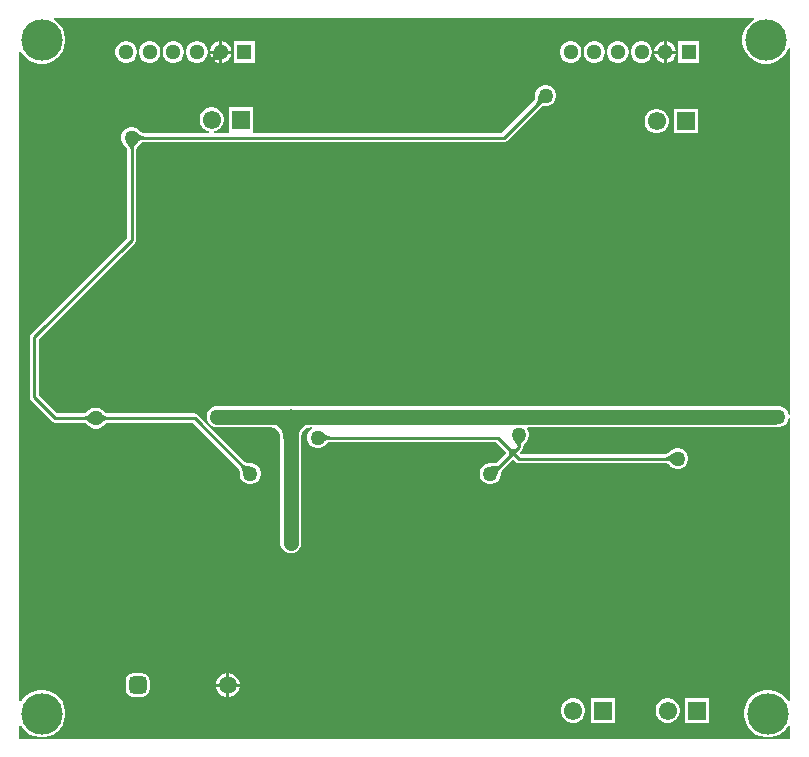
<source format=gbl>
G04*
G04 #@! TF.GenerationSoftware,Altium Limited,Altium Designer,22.9.1 (49)*
G04*
G04 Layer_Physical_Order=2*
G04 Layer_Color=16711680*
%FSTAX24Y24*%
%MOIN*%
G70*
G04*
G04 #@! TF.SameCoordinates,DC5806C5-9D72-4097-8AC5-96CD70471510*
G04*
G04*
G04 #@! TF.FilePolarity,Positive*
G04*
G01*
G75*
%ADD15C,0.0100*%
%ADD36C,0.0610*%
%ADD37R,0.0610X0.0610*%
%ADD43C,0.0500*%
%ADD45C,0.1380*%
%ADD46C,0.0512*%
%ADD47R,0.0512X0.0512*%
G04:AMPARAMS|DCode=48|XSize=59.1mil|YSize=59.1mil|CornerRadius=14.8mil|HoleSize=0mil|Usage=FLASHONLY|Rotation=0.000|XOffset=0mil|YOffset=0mil|HoleType=Round|Shape=RoundedRectangle|*
%AMROUNDEDRECTD48*
21,1,0.0591,0.0295,0,0,0.0*
21,1,0.0295,0.0591,0,0,0.0*
1,1,0.0295,0.0148,-0.0148*
1,1,0.0295,-0.0148,-0.0148*
1,1,0.0295,-0.0148,0.0148*
1,1,0.0295,0.0148,0.0148*
%
%ADD48ROUNDEDRECTD48*%
%ADD49C,0.0591*%
%ADD50C,0.0236*%
%ADD51C,0.0500*%
G36*
X024643Y024188D02*
X024631Y02412D01*
X024546Y024064D01*
X024436Y023954D01*
X02435Y023824D01*
X02429Y02368D01*
X02426Y023528D01*
Y023372D01*
X02429Y02322D01*
X02435Y023076D01*
X024436Y022946D01*
X024546Y022836D01*
X024676Y02275D01*
X02482Y02269D01*
X024972Y02266D01*
X025128D01*
X02528Y02269D01*
X025424Y02275D01*
X025554Y022836D01*
X025664Y022946D01*
X02575Y023076D01*
X025797Y023189D01*
X025847Y023179D01*
Y010964D01*
X025797Y010957D01*
X025776Y011035D01*
X02573Y011115D01*
X025665Y01118D01*
X025585Y011226D01*
X025496Y01125D01*
X025404D01*
X025377Y011243D01*
X0253Y011253D01*
X02415D01*
X024127Y01125D01*
X024123D01*
X0241Y011253D01*
X00675D01*
X006727Y01125D01*
X006704D01*
X006682Y011244D01*
X006659Y011241D01*
X006637Y011232D01*
X006615Y011226D01*
X006595Y011215D01*
X006573Y011206D01*
X006555Y011192D01*
X006535Y01118D01*
X006519Y011164D01*
X0065Y01115D01*
X006486Y011131D01*
X00647Y011115D01*
X006458Y011095D01*
X006444Y011077D01*
X006435Y011055D01*
X006424Y011035D01*
X006418Y011013D01*
X006409Y010991D01*
X006406Y010968D01*
X0064Y010946D01*
Y010923D01*
X006397Y0109D01*
X0064Y010877D01*
Y010854D01*
X006406Y010832D01*
X006409Y010809D01*
X006418Y010787D01*
X006424Y010765D01*
X006435Y010745D01*
X006444Y010723D01*
X006458Y010705D01*
X00647Y010685D01*
X006486Y010669D01*
X0065Y01065D01*
X006519Y010636D01*
X006535Y01062D01*
X006555Y010608D01*
X006573Y010594D01*
X006595Y010585D01*
X006615Y010574D01*
X006637Y010568D01*
X006659Y010559D01*
X006682Y010556D01*
X006704Y01055D01*
X006727D01*
X00675Y010547D01*
X008467D01*
X008533Y010544D01*
X008605Y010531D01*
X008664Y010511D01*
X008713Y010485D01*
X008753Y010453D01*
X008785Y010413D01*
X008811Y010364D01*
X008831Y010305D01*
X008844Y010233D01*
X008847Y010167D01*
Y0074D01*
Y0067D01*
X00885Y006677D01*
Y006654D01*
X008856Y006632D01*
X008859Y006609D01*
X008868Y006587D01*
X008874Y006565D01*
X008885Y006545D01*
X008894Y006523D01*
X008908Y006505D01*
X00892Y006485D01*
X008936Y006469D01*
X00895Y00645D01*
X008969Y006436D01*
X008985Y00642D01*
X009005Y006408D01*
X009023Y006394D01*
X009045Y006385D01*
X009065Y006374D01*
X009087Y006368D01*
X009109Y006359D01*
X009132Y006356D01*
X009154Y00635D01*
X009177D01*
X0092Y006347D01*
X009223Y00635D01*
X009246D01*
X009268Y006356D01*
X009291Y006359D01*
X009313Y006368D01*
X009335Y006374D01*
X009355Y006385D01*
X009377Y006394D01*
X009395Y006408D01*
X009415Y00642D01*
X009431Y006436D01*
X00945Y00645D01*
X009464Y006469D01*
X00948Y006485D01*
X009492Y006505D01*
X009506Y006523D01*
X009515Y006545D01*
X009526Y006565D01*
X009532Y006587D01*
X009541Y006609D01*
X009544Y006632D01*
X00955Y006654D01*
Y006677D01*
X009553Y0067D01*
Y0074D01*
Y010167D01*
X009556Y010233D01*
X009569Y010305D01*
X009589Y010364D01*
X009615Y010413D01*
X009647Y010453D01*
X009687Y010485D01*
X009736Y010511D01*
X009795Y010531D01*
X009867Y010544D01*
X009898Y010545D01*
X009912Y010496D01*
X009885Y01048D01*
X00982Y010415D01*
X009774Y010335D01*
X00975Y010246D01*
Y010154D01*
X009774Y010065D01*
X00982Y009985D01*
X009885Y00992D01*
X009965Y009874D01*
X010054Y00985D01*
X010146D01*
X010235Y009874D01*
X010315Y00992D01*
X010341Y009946D01*
X010348Y009951D01*
X010394Y009993D01*
X010412Y010008D01*
X010429Y01002D01*
X010445Y01003D01*
X010459Y010038D01*
X010471Y010043D01*
X010481Y010046D01*
X010487Y010047D01*
X016037D01*
X016384Y0097D01*
X016044Y00936D01*
X016039Y009357D01*
X016031Y009353D01*
X016021Y009349D01*
X016008Y009346D01*
X015993Y009344D01*
X015975Y009343D01*
X015954Y009343D01*
X01593Y009345D01*
X015904Y009348D01*
X015896Y00935D01*
X015804D01*
X015715Y009326D01*
X015635Y00928D01*
X01557Y009215D01*
X015524Y009135D01*
X0155Y009046D01*
Y008954D01*
X015524Y008865D01*
X01557Y008785D01*
X015635Y00872D01*
X015715Y008674D01*
X015804Y00865D01*
X015896D01*
X015985Y008674D01*
X016065Y00872D01*
X01613Y008785D01*
X016176Y008865D01*
X0162Y008954D01*
Y008961D01*
X016204Y008986D01*
X016209Y009015D01*
X016221Y009068D01*
X016228Y009087D01*
X016234Y009104D01*
X016241Y009118D01*
X016246Y009129D01*
X01625Y009134D01*
X0166Y009484D01*
X016692Y009392D01*
X016741Y009359D01*
X0168Y009347D01*
X021713D01*
X021719Y009346D01*
X021729Y009343D01*
X021741Y009338D01*
X021755Y00933D01*
X021771Y00932D01*
X021787Y009309D01*
X021828Y009274D01*
X02185Y009252D01*
X021858Y009247D01*
X021885Y00922D01*
X021965Y009174D01*
X022054Y00915D01*
X022146D01*
X022235Y009174D01*
X022315Y00922D01*
X02238Y009285D01*
X022426Y009365D01*
X02245Y009454D01*
Y009546D01*
X022426Y009635D01*
X02238Y009715D01*
X022315Y00978D01*
X022235Y009826D01*
X022146Y00985D01*
X022054D01*
X021965Y009826D01*
X021885Y00978D01*
X021859Y009754D01*
X021852Y009749D01*
X021806Y009707D01*
X021788Y009692D01*
X021771Y00968D01*
X021755Y00967D01*
X021741Y009662D01*
X021729Y009657D01*
X021719Y009654D01*
X021713Y009653D01*
X016863D01*
X016816Y0097D01*
X016908Y009792D01*
X016941Y009841D01*
X016953Y0099D01*
Y009913D01*
X016954Y009919D01*
X016957Y009929D01*
X016962Y009941D01*
X01697Y009955D01*
X01698Y009971D01*
X016991Y009987D01*
X017026Y010028D01*
X017048Y01005D01*
X017053Y010058D01*
X01708Y010085D01*
X017126Y010165D01*
X01715Y010254D01*
Y010346D01*
X017126Y010435D01*
X01709Y010497D01*
X017114Y010547D01*
X0241D01*
X024123Y01055D01*
X024127D01*
X02415Y010547D01*
X0253D01*
X025377Y010557D01*
X025404Y01055D01*
X025496D01*
X025585Y010574D01*
X025665Y01062D01*
X02573Y010685D01*
X025776Y010765D01*
X025797Y010843D01*
X025847Y010836D01*
Y001413D01*
X025838Y001407D01*
X02577Y001419D01*
X025714Y001504D01*
X025604Y001614D01*
X025474Y0017D01*
X02533Y00176D01*
X025178Y00179D01*
X025022D01*
X02487Y00176D01*
X024726Y0017D01*
X024596Y001614D01*
X024486Y001504D01*
X0244Y001374D01*
X02434Y00123D01*
X02431Y001078D01*
Y000922D01*
X02434Y00077D01*
X0244Y000626D01*
X024486Y000496D01*
X024596Y000386D01*
X024726Y0003D01*
X02487Y00024D01*
X025022Y00021D01*
X025178D01*
X02533Y00024D01*
X025474Y0003D01*
X025604Y000386D01*
X025714Y000496D01*
X02577Y000581D01*
X025838Y000593D01*
X025847Y000587D01*
Y000153D01*
X000153D01*
Y000587D01*
X000162Y000593D01*
X00023Y000581D01*
X000286Y000496D01*
X000396Y000386D01*
X000526Y0003D01*
X00067Y00024D01*
X000822Y00021D01*
X000978D01*
X00113Y00024D01*
X001274Y0003D01*
X001404Y000386D01*
X001514Y000496D01*
X0016Y000626D01*
X00166Y00077D01*
X00169Y000922D01*
Y001078D01*
X00166Y00123D01*
X0016Y001374D01*
X001514Y001504D01*
X001404Y001614D01*
X001274Y0017D01*
X00113Y00176D01*
X000978Y00179D01*
X000822D01*
X00067Y00176D01*
X000526Y0017D01*
X000396Y001614D01*
X000286Y001504D01*
X00023Y001419D01*
X000162Y001407D01*
X000153Y001413D01*
Y023037D01*
X000162Y023043D01*
X00023Y023031D01*
X000286Y022946D01*
X000396Y022836D01*
X000526Y02275D01*
X00067Y02269D01*
X000822Y02266D01*
X000978D01*
X00113Y02269D01*
X001274Y02275D01*
X001404Y022836D01*
X001514Y022946D01*
X0016Y023076D01*
X00166Y02322D01*
X00169Y023372D01*
Y023528D01*
X00166Y02368D01*
X0016Y023824D01*
X001514Y023954D01*
X001404Y024064D01*
X001319Y02412D01*
X001307Y024188D01*
X001313Y024197D01*
X024637D01*
X024643Y024188D01*
D02*
G37*
G36*
X00995Y01065D02*
X009855Y010645D01*
X00977Y01063D01*
X009695Y010605D01*
X00963Y01057D01*
X009575Y010525D01*
X00953Y01047D01*
X009495Y010405D01*
X00947Y01033D01*
X009455Y010245D01*
X00945Y01015D01*
X00895D01*
X008945Y010245D01*
X00893Y01033D01*
X008905Y010405D01*
X00887Y01047D01*
X008825Y010525D01*
X00877Y01057D01*
X008705Y010605D01*
X00863Y01063D01*
X008545Y010645D01*
X00845Y01065D01*
X0092Y01115D01*
X00995Y01065D01*
D02*
G37*
G36*
X010303Y010351D02*
X010349Y010311D01*
X010372Y010295D01*
X010394Y010281D01*
X010415Y01027D01*
X010436Y010261D01*
X010456Y010255D01*
X010476Y010251D01*
X010495Y01025D01*
Y01015D01*
X010476Y010149D01*
X010456Y010145D01*
X010436Y010139D01*
X010415Y01013D01*
X010394Y010119D01*
X010372Y010105D01*
X010349Y010089D01*
X010326Y01007D01*
X010279Y010025D01*
Y010375D01*
X010303Y010351D01*
D02*
G37*
G36*
X016951Y010097D02*
X016911Y010051D01*
X016895Y010028D01*
X016881Y010006D01*
X01687Y009985D01*
X016861Y009964D01*
X016855Y009944D01*
X016851Y009924D01*
X01685Y009905D01*
X01675D01*
X016749Y009924D01*
X016745Y009944D01*
X016739Y009964D01*
X01673Y009985D01*
X016719Y010006D01*
X016705Y010028D01*
X016689Y010051D01*
X01667Y010074D01*
X016625Y010121D01*
X016975D01*
X016951Y010097D01*
D02*
G37*
G36*
X016741Y009771D02*
X016729Y009757D01*
X016719Y009742D01*
X016712Y009728D01*
X016707Y009714D01*
X016706Y0097D01*
X016707Y009686D01*
X016712Y009672D01*
X016719Y009658D01*
X016729Y009643D01*
X016741Y009629D01*
X016671Y009559D01*
X016657Y009571D01*
X016642Y009581D01*
X016628Y009588D01*
X016614Y009593D01*
X0166Y009594D01*
X016586Y009593D01*
X016572Y009588D01*
X016558Y009581D01*
X016543Y009571D01*
X016529Y009559D01*
X016459Y009629D01*
X016471Y009643D01*
X016481Y009658D01*
X016488Y009672D01*
X016493Y009686D01*
X016494Y0097D01*
X016493Y009714D01*
X016488Y009728D01*
X016481Y009742D01*
X016471Y009757D01*
X016459Y009771D01*
X016529Y009841D01*
X016543Y009829D01*
X016558Y009819D01*
X016572Y009812D01*
X016586Y009807D01*
X0166Y009806D01*
X016614Y009807D01*
X016628Y009812D01*
X016642Y009819D01*
X016657Y009829D01*
X016671Y009841D01*
X016741Y009771D01*
D02*
G37*
G36*
X021921Y009325D02*
X021897Y009349D01*
X021851Y009389D01*
X021828Y009405D01*
X021806Y009419D01*
X021785Y00943D01*
X021764Y009439D01*
X021744Y009445D01*
X021724Y009449D01*
X021705Y00945D01*
Y00955D01*
X021724Y009551D01*
X021744Y009555D01*
X021764Y009561D01*
X021785Y00957D01*
X021806Y009581D01*
X021828Y009595D01*
X021851Y009611D01*
X021874Y00963D01*
X021921Y009675D01*
Y009325D01*
D02*
G37*
G36*
X016183Y009212D02*
X016171Y009199D01*
X01616Y009183D01*
X01615Y009165D01*
X01614Y009144D01*
X016131Y009121D01*
X016123Y009095D01*
X016109Y009036D01*
X016103Y009003D01*
X016098Y008967D01*
X015888Y009247D01*
X01592Y009243D01*
X01595Y009241D01*
X015978Y009241D01*
X016004Y009242D01*
X016028Y009246D01*
X016051Y009252D01*
X016071Y009259D01*
X01609Y009268D01*
X016107Y00928D01*
X016122Y009293D01*
X016183Y009212D01*
D02*
G37*
%LPC*%
G36*
X021731Y023405D02*
Y0231D01*
X022036D01*
X022013Y023187D01*
X021966Y023269D01*
X0219Y023335D01*
X021818Y023382D01*
X021731Y023405D01*
D02*
G37*
G36*
X021631D02*
X021544Y023382D01*
X021463Y023335D01*
X021396Y023269D01*
X021349Y023187D01*
X021326Y0231D01*
X021631D01*
Y023405D01*
D02*
G37*
G36*
X006913D02*
Y0231D01*
X007218D01*
X007194Y023187D01*
X007147Y023269D01*
X007081Y023335D01*
X007Y023382D01*
X006913Y023405D01*
D02*
G37*
G36*
X006813D02*
X006725Y023382D01*
X006644Y023335D01*
X006578Y023269D01*
X006531Y023187D01*
X006508Y0231D01*
X006813D01*
Y023405D01*
D02*
G37*
G36*
X006605Y023D02*
X006508D01*
X006531Y022913D01*
X006571Y022842D01*
X006575Y02285D01*
X006584Y022871D01*
X006591Y022895D01*
X006597Y022921D01*
X006602Y022949D01*
X006605Y02298D01*
X006605Y023D01*
D02*
G37*
G36*
X006813D02*
X006654D01*
X006813Y022842D01*
Y023D01*
D02*
G37*
G36*
X022036D02*
X021731D01*
Y022695D01*
X021818Y022718D01*
X0219Y022765D01*
X021966Y022831D01*
X022013Y022913D01*
X022036Y023D01*
D02*
G37*
G36*
X021631D02*
X021326D01*
X021349Y022913D01*
X021396Y022831D01*
X021463Y022765D01*
X021544Y022718D01*
X021631Y022695D01*
Y023D01*
D02*
G37*
G36*
X007218D02*
X006913D01*
Y022695D01*
X007Y022718D01*
X007081Y022765D01*
X007147Y022831D01*
X007194Y022913D01*
X007218Y023D01*
D02*
G37*
G36*
X006813Y022793D02*
X006762Y022789D01*
X006734Y022785D01*
X006708Y022779D01*
X006684Y022771D01*
X006663Y022763D01*
X006655Y022759D01*
X006725Y022718D01*
X006813Y022695D01*
Y022793D01*
D02*
G37*
G36*
X022824Y023406D02*
X022113D01*
Y022694D01*
X022824D01*
Y023406D01*
D02*
G37*
G36*
X020941D02*
X020847D01*
X020756Y023382D01*
X020675Y023335D01*
X020609Y023269D01*
X020562Y023187D01*
X020538Y023097D01*
Y023003D01*
X020562Y022913D01*
X020609Y022831D01*
X020675Y022765D01*
X020756Y022718D01*
X020847Y022694D01*
X020941D01*
X021031Y022718D01*
X021112Y022765D01*
X021179Y022831D01*
X021225Y022913D01*
X02125Y023003D01*
Y023097D01*
X021225Y023187D01*
X021179Y023269D01*
X021112Y023335D01*
X021031Y023382D01*
X020941Y023406D01*
D02*
G37*
G36*
X020153D02*
X020059D01*
X019969Y023382D01*
X019888Y023335D01*
X019821Y023269D01*
X019775Y023187D01*
X01975Y023097D01*
Y023003D01*
X019775Y022913D01*
X019821Y022831D01*
X019888Y022765D01*
X019969Y022718D01*
X020059Y022694D01*
X020153D01*
X020244Y022718D01*
X020325Y022765D01*
X020391Y022831D01*
X020438Y022913D01*
X020462Y023003D01*
Y023097D01*
X020438Y023187D01*
X020391Y023269D01*
X020325Y023335D01*
X020244Y023382D01*
X020153Y023406D01*
D02*
G37*
G36*
X019366D02*
X019272D01*
X019182Y023382D01*
X0191Y023335D01*
X019034Y023269D01*
X018987Y023187D01*
X018963Y023097D01*
Y023003D01*
X018987Y022913D01*
X019034Y022831D01*
X0191Y022765D01*
X019182Y022718D01*
X019272Y022694D01*
X019366D01*
X019456Y022718D01*
X019537Y022765D01*
X019604Y022831D01*
X019651Y022913D01*
X019675Y023003D01*
Y023097D01*
X019651Y023187D01*
X019604Y023269D01*
X019537Y023335D01*
X019456Y023382D01*
X019366Y023406D01*
D02*
G37*
G36*
X018578D02*
X018485D01*
X018394Y023382D01*
X018313Y023335D01*
X018247Y023269D01*
X0182Y023187D01*
X018176Y023097D01*
Y023003D01*
X0182Y022913D01*
X018247Y022831D01*
X018313Y022765D01*
X018394Y022718D01*
X018485Y022694D01*
X018578D01*
X018669Y022718D01*
X01875Y022765D01*
X018816Y022831D01*
X018863Y022913D01*
X018887Y023003D01*
Y023097D01*
X018863Y023187D01*
X018816Y023269D01*
X01875Y023335D01*
X018669Y023382D01*
X018578Y023406D01*
D02*
G37*
G36*
X008006D02*
X007294D01*
Y022694D01*
X008006D01*
Y023406D01*
D02*
G37*
G36*
X006122D02*
X006028D01*
X005938Y023382D01*
X005857Y023335D01*
X00579Y023269D01*
X005744Y023187D01*
X005719Y023097D01*
Y023003D01*
X005744Y022913D01*
X00579Y022831D01*
X005857Y022765D01*
X005938Y022718D01*
X006028Y022694D01*
X006122D01*
X006213Y022718D01*
X006294Y022765D01*
X00636Y022831D01*
X006407Y022913D01*
X006431Y023003D01*
Y023097D01*
X006407Y023187D01*
X00636Y023269D01*
X006294Y023335D01*
X006213Y023382D01*
X006122Y023406D01*
D02*
G37*
G36*
X005335D02*
X005241D01*
X00515Y023382D01*
X005069Y023335D01*
X005003Y023269D01*
X004956Y023187D01*
X004932Y023097D01*
Y023003D01*
X004956Y022913D01*
X005003Y022831D01*
X005069Y022765D01*
X00515Y022718D01*
X005241Y022694D01*
X005335D01*
X005425Y022718D01*
X005506Y022765D01*
X005573Y022831D01*
X005619Y022913D01*
X005644Y023003D01*
Y023097D01*
X005619Y023187D01*
X005573Y023269D01*
X005506Y023335D01*
X005425Y023382D01*
X005335Y023406D01*
D02*
G37*
G36*
X004547D02*
X004454D01*
X004363Y023382D01*
X004282Y023335D01*
X004216Y023269D01*
X004169Y023187D01*
X004144Y023097D01*
Y023003D01*
X004169Y022913D01*
X004216Y022831D01*
X004282Y022765D01*
X004363Y022718D01*
X004454Y022694D01*
X004547D01*
X004638Y022718D01*
X004719Y022765D01*
X004785Y022831D01*
X004832Y022913D01*
X004856Y023003D01*
Y023097D01*
X004832Y023187D01*
X004785Y023269D01*
X004719Y023335D01*
X004638Y023382D01*
X004547Y023406D01*
D02*
G37*
G36*
X00376D02*
X003666D01*
X003576Y023382D01*
X003494Y023335D01*
X003428Y023269D01*
X003381Y023187D01*
X003357Y023097D01*
Y023003D01*
X003381Y022913D01*
X003428Y022831D01*
X003494Y022765D01*
X003576Y022718D01*
X003666Y022694D01*
X00376D01*
X00385Y022718D01*
X003932Y022765D01*
X003998Y022831D01*
X004045Y022913D01*
X004069Y023003D01*
Y023097D01*
X004045Y023187D01*
X003998Y023269D01*
X003932Y023335D01*
X00385Y023382D01*
X00376Y023406D01*
D02*
G37*
G36*
X017746Y02195D02*
X017654D01*
X017565Y021926D01*
X017485Y02188D01*
X01742Y021815D01*
X017374Y021735D01*
X01735Y021646D01*
Y021609D01*
X017348Y021601D01*
X017346Y021539D01*
X017344Y021516D01*
X01734Y021494D01*
X017336Y021476D01*
X017332Y021461D01*
X017327Y021449D01*
X017322Y02144D01*
X017318Y021435D01*
X016237Y020353D01*
X007975D01*
X007955Y020395D01*
X007955Y020403D01*
Y021205D01*
X007145D01*
Y020403D01*
X007145Y020395D01*
X007125Y020353D01*
X006656D01*
X006649Y020403D01*
X006722Y020422D01*
X006815Y020476D01*
X00689Y020551D01*
X006943Y020644D01*
X006971Y020747D01*
Y020853D01*
X006943Y020956D01*
X00689Y021049D01*
X006815Y021124D01*
X006722Y021178D01*
X006619Y021205D01*
X006512D01*
X006409Y021178D01*
X006317Y021124D01*
X006242Y021049D01*
X006188Y020956D01*
X006161Y020853D01*
Y020747D01*
X006188Y020644D01*
X006242Y020551D01*
X006317Y020476D01*
X006409Y020422D01*
X006482Y020403D01*
X006476Y020353D01*
X004287D01*
X004281Y020354D01*
X004271Y020357D01*
X004259Y020362D01*
X004245Y02037D01*
X004229Y02038D01*
X004213Y020391D01*
X004172Y020426D01*
X00415Y020448D01*
X004142Y020453D01*
X004115Y02048D01*
X004035Y020526D01*
X003946Y02055D01*
X003854D01*
X003765Y020526D01*
X003685Y02048D01*
X00362Y020415D01*
X003574Y020335D01*
X00355Y020246D01*
Y020154D01*
X003574Y020065D01*
X00362Y019985D01*
X003646Y019959D01*
X003651Y019952D01*
X003693Y019906D01*
X003708Y019888D01*
X00372Y019871D01*
X00373Y019855D01*
X003738Y019841D01*
X003743Y019829D01*
X003746Y019819D01*
X003747Y019813D01*
Y016863D01*
X000542Y013658D01*
X000509Y013609D01*
X000497Y01355D01*
Y01155D01*
X000509Y011491D01*
X000542Y011442D01*
X001242Y010742D01*
X001291Y010709D01*
X00135Y010697D01*
X002313D01*
X002319Y010696D01*
X002329Y010693D01*
X002341Y010688D01*
X002355Y01068D01*
X002371Y01067D01*
X002388Y010658D01*
X002406Y010643D01*
X002452Y010601D01*
X002459Y010596D01*
X002485Y01057D01*
X002565Y010524D01*
X002654Y0105D01*
X002746D01*
X002835Y010524D01*
X002915Y01057D01*
X002941Y010596D01*
X002948Y010601D01*
X002994Y010643D01*
X003012Y010658D01*
X003029Y01067D01*
X003045Y01068D01*
X003059Y010688D01*
X003071Y010693D01*
X003081Y010696D01*
X003087Y010697D01*
X005937D01*
X007468Y009165D01*
X007472Y00916D01*
X007477Y009151D01*
X007481Y009139D01*
X007486Y009124D01*
X00749Y009106D01*
X007494Y009086D01*
X007498Y009032D01*
X007498Y009002D01*
X0075Y008992D01*
Y008954D01*
X007524Y008865D01*
X00757Y008785D01*
X007635Y00872D01*
X007715Y008674D01*
X007804Y00865D01*
X007896D01*
X007985Y008674D01*
X008065Y00872D01*
X00813Y008785D01*
X008176Y008865D01*
X0082Y008954D01*
Y009046D01*
X008176Y009135D01*
X00813Y009215D01*
X008065Y00928D01*
X007985Y009326D01*
X007896Y00935D01*
X007859D01*
X007851Y009352D01*
X007789Y009354D01*
X007766Y009356D01*
X007744Y00936D01*
X007726Y009364D01*
X007711Y009369D01*
X007699Y009373D01*
X00769Y009378D01*
X007685Y009382D01*
X006108Y010958D01*
X006059Y010991D01*
X006Y011003D01*
X003087D01*
X003081Y011004D01*
X003071Y011007D01*
X003059Y011012D01*
X003045Y01102D01*
X003029Y01103D01*
X003013Y011041D01*
X002972Y011076D01*
X00295Y011098D01*
X002942Y011103D01*
X002915Y01113D01*
X002835Y011176D01*
X002746Y0112D01*
X002654D01*
X002565Y011176D01*
X002485Y01113D01*
X002458Y011103D01*
X00245Y011098D01*
X002428Y011076D01*
X002387Y011041D01*
X002371Y01103D01*
X002355Y01102D01*
X002341Y011012D01*
X002329Y011007D01*
X002319Y011004D01*
X002313Y011003D01*
X001413D01*
X000803Y011613D01*
Y013487D01*
X004008Y016692D01*
X004041Y016741D01*
X004053Y0168D01*
Y019813D01*
X004054Y019819D01*
X004057Y019829D01*
X004062Y019841D01*
X00407Y019855D01*
X00408Y019871D01*
X004091Y019887D01*
X004126Y019928D01*
X004148Y01995D01*
X004148Y019951D01*
X004148Y019951D01*
X004194Y019993D01*
X004212Y020008D01*
X004229Y02002D01*
X004245Y02003D01*
X004259Y020038D01*
X004271Y020043D01*
X004281Y020046D01*
X004287Y020047D01*
X0163D01*
X016359Y020059D01*
X016408Y020092D01*
X017535Y021218D01*
X01754Y021222D01*
X017549Y021227D01*
X017561Y021232D01*
X017576Y021236D01*
X017594Y02124D01*
X017614Y021244D01*
X017668Y021248D01*
X017699Y021248D01*
X017708Y02125D01*
X017746D01*
X017835Y021274D01*
X017915Y02132D01*
X01798Y021385D01*
X018026Y021465D01*
X01805Y021554D01*
Y021646D01*
X018026Y021735D01*
X01798Y021815D01*
X017915Y02188D01*
X017835Y021926D01*
X017746Y02195D01*
D02*
G37*
G36*
X022789Y021155D02*
X021979D01*
Y020345D01*
X022789D01*
Y021155D01*
D02*
G37*
G36*
X021453D02*
X021347D01*
X021244Y021128D01*
X021151Y021074D01*
X021076Y020999D01*
X021022Y020906D01*
X020995Y020803D01*
Y020697D01*
X021022Y020594D01*
X021076Y020501D01*
X021151Y020426D01*
X021244Y020372D01*
X021347Y020345D01*
X021453D01*
X021556Y020372D01*
X021649Y020426D01*
X021724Y020501D01*
X021778Y020594D01*
X021805Y020697D01*
Y020803D01*
X021778Y020906D01*
X021724Y020999D01*
X021649Y021074D01*
X021556Y021128D01*
X021453Y021155D01*
D02*
G37*
G36*
X007152Y002345D02*
X00715D01*
Y002D01*
X007495D01*
Y002002D01*
X007468Y002103D01*
X007416Y002193D01*
X007343Y002266D01*
X007253Y002318D01*
X007152Y002345D01*
D02*
G37*
G36*
X00705D02*
X007048D01*
X006947Y002318D01*
X006857Y002266D01*
X006784Y002193D01*
X006732Y002103D01*
X006705Y002002D01*
Y002D01*
X00705D01*
Y002345D01*
D02*
G37*
G36*
X007495Y0019D02*
X00715D01*
Y001555D01*
X007152D01*
X007253Y001582D01*
X007343Y001634D01*
X007416Y001707D01*
X007468Y001797D01*
X007495Y001898D01*
Y0019D01*
D02*
G37*
G36*
X00705D02*
X006705D01*
Y001898D01*
X006732Y001797D01*
X006784Y001707D01*
X006857Y001634D01*
X006947Y001582D01*
X007048Y001555D01*
X00705D01*
Y0019D01*
D02*
G37*
G36*
X004248Y00235D02*
X003952D01*
X003856Y002331D01*
X003774Y002276D01*
X003719Y002194D01*
X0037Y002098D01*
Y001802D01*
X003719Y001706D01*
X003774Y001624D01*
X003856Y001569D01*
X003952Y00155D01*
X004248D01*
X004344Y001569D01*
X004426Y001624D01*
X004481Y001706D01*
X0045Y001802D01*
Y002098D01*
X004481Y002194D01*
X004426Y002276D01*
X004344Y002331D01*
X004248Y00235D01*
D02*
G37*
G36*
X023155Y001505D02*
X022345D01*
Y000695D01*
X023155D01*
Y001505D01*
D02*
G37*
G36*
X021819D02*
X021712D01*
X021609Y001478D01*
X021517Y001424D01*
X021442Y001349D01*
X021388Y001256D01*
X021361Y001153D01*
Y001047D01*
X021388Y000944D01*
X021442Y000851D01*
X021517Y000776D01*
X021609Y000722D01*
X021712Y000695D01*
X021819D01*
X021922Y000722D01*
X022015Y000776D01*
X02209Y000851D01*
X022143Y000944D01*
X022171Y001047D01*
Y001153D01*
X022143Y001256D01*
X02209Y001349D01*
X022015Y001424D01*
X021922Y001478D01*
X021819Y001505D01*
D02*
G37*
G36*
X020005D02*
X019195D01*
Y000695D01*
X020005D01*
Y001505D01*
D02*
G37*
G36*
X018669D02*
X018562D01*
X018459Y001478D01*
X018367Y001424D01*
X018292Y001349D01*
X018238Y001256D01*
X018211Y001153D01*
Y001047D01*
X018238Y000944D01*
X018292Y000851D01*
X018367Y000776D01*
X018459Y000722D01*
X018562Y000695D01*
X018669D01*
X018772Y000722D01*
X018865Y000776D01*
X01894Y000851D01*
X018993Y000944D01*
X019021Y001047D01*
Y001153D01*
X018993Y001256D01*
X01894Y001349D01*
X018865Y001424D01*
X018772Y001478D01*
X018669Y001505D01*
D02*
G37*
%LPD*%
G36*
X017697Y02135D02*
X017664Y02135D01*
X017602Y021345D01*
X017575Y021341D01*
X01755Y021335D01*
X017527Y021328D01*
X017506Y021319D01*
X017487Y021309D01*
X01747Y021298D01*
X017456Y021285D01*
X017385Y021356D01*
X017398Y02137D01*
X017409Y021387D01*
X017419Y021406D01*
X017428Y021427D01*
X017435Y02145D01*
X017441Y021475D01*
X017445Y021502D01*
X017448Y021532D01*
X01745Y021597D01*
X017697Y02135D01*
D02*
G37*
G36*
X004103Y020351D02*
X004149Y020311D01*
X004172Y020295D01*
X004194Y020281D01*
X004215Y02027D01*
X004236Y020261D01*
X004256Y020255D01*
X004276Y020251D01*
X004295Y02025D01*
Y02015D01*
X004276Y020149D01*
X004256Y020145D01*
X004236Y020139D01*
X004215Y02013D01*
X004194Y020119D01*
X004172Y020105D01*
X004149Y020089D01*
X004126Y02007D01*
X004079Y020025D01*
Y020375D01*
X004103Y020351D01*
D02*
G37*
G36*
X004051Y019997D02*
X004011Y019951D01*
X003995Y019928D01*
X003981Y019906D01*
X00397Y019885D01*
X003961Y019864D01*
X003955Y019844D01*
X003951Y019824D01*
X00395Y019805D01*
X00385D01*
X003849Y019824D01*
X003845Y019844D01*
X003839Y019864D01*
X00383Y019885D01*
X003819Y019906D01*
X003805Y019928D01*
X003789Y019951D01*
X00377Y019974D01*
X003725Y020021D01*
X004075D01*
X004051Y019997D01*
D02*
G37*
G36*
X002903Y011001D02*
X002949Y010961D01*
X002972Y010945D01*
X002994Y010931D01*
X003015Y01092D01*
X003036Y010911D01*
X003056Y010905D01*
X003076Y010901D01*
X003095Y0109D01*
Y0108D01*
X003076Y010799D01*
X003056Y010795D01*
X003036Y010789D01*
X003015Y01078D01*
X002994Y010769D01*
X002972Y010755D01*
X002949Y010739D01*
X002926Y01072D01*
X002879Y010675D01*
Y011025D01*
X002903Y011001D01*
D02*
G37*
G36*
X002521Y010675D02*
X002474Y01072D01*
X002451Y010739D01*
X002428Y010755D01*
X002406Y010769D01*
X002385Y01078D01*
X002364Y010789D01*
X002344Y010795D01*
X002324Y010799D01*
X002305Y0108D01*
Y0109D01*
X002324Y010901D01*
X002344Y010905D01*
X002364Y010911D01*
X002385Y01092D01*
X002406Y010931D01*
X002428Y010945D01*
X002451Y010961D01*
X002497Y011001D01*
X002521Y011025D01*
Y010675D01*
D02*
G37*
G36*
X00762Y009302D02*
X007637Y009291D01*
X007656Y009281D01*
X007677Y009272D01*
X0077Y009265D01*
X007725Y009259D01*
X007752Y009255D01*
X007782Y009252D01*
X007847Y00925D01*
X0076Y009003D01*
X0076Y009036D01*
X007595Y009098D01*
X007591Y009125D01*
X007585Y00915D01*
X007578Y009173D01*
X007569Y009194D01*
X007559Y009213D01*
X007548Y00923D01*
X007535Y009244D01*
X007606Y009315D01*
X00762Y009302D01*
D02*
G37*
D15*
X0157Y003D02*
X0172D01*
X020658Y00355D02*
X020808Y0037D01*
X02055Y00355D02*
X020658D01*
X020808Y0037D02*
X02345D01*
X00585Y021D02*
Y022037D01*
X006863Y02305D01*
X0163Y0202D02*
X0177Y0216D01*
X0039Y0202D02*
X0163D01*
X023413Y009987D02*
X02365Y00975D01*
X018113Y009987D02*
X023413D01*
X0178Y0103D02*
X018113Y009987D01*
X0168Y0095D02*
X0221D01*
X0166Y0097D02*
X0168Y0095D01*
X0159Y009D02*
X0166Y0097D01*
X01585Y009D02*
X0159D01*
X006Y01085D02*
X00785Y009D01*
X00135Y01085D02*
X006D01*
X0161Y0102D02*
X0166Y0097D01*
X0101Y0102D02*
X0161D01*
X0166Y0097D02*
X0168Y0099D01*
Y0103D01*
X00065Y01155D02*
X00135Y01085D01*
X00155Y0103D02*
X001625Y010375D01*
X003375D02*
X00345Y01045D01*
X001625Y010375D02*
X003375D01*
X00065Y01155D02*
Y01355D01*
X0039Y0168D01*
Y0202D01*
X0071Y00325D02*
X0109Y00705D01*
X0152D01*
X01685D01*
X02015D01*
X014217Y012383D02*
X014233Y012367D01*
X014192Y012408D02*
X014217Y012383D01*
X020133Y012367D02*
X02015Y01235D01*
X014233Y012367D02*
X020133D01*
X007308Y012408D02*
X014192D01*
X007283Y012433D02*
X007308Y012408D01*
X0016Y01245D02*
X001617Y012433D01*
X007283D01*
D36*
X021766Y0011D02*
D03*
X018616D02*
D03*
X006566Y0208D02*
D03*
X0214Y02075D02*
D03*
D37*
X02275Y0011D02*
D03*
X0196D02*
D03*
X00755Y0208D02*
D03*
X022384Y02075D02*
D03*
D43*
X0092Y0074D02*
Y0109D01*
Y0067D02*
Y0074D01*
X00675Y0109D02*
X0073D01*
X0092D01*
X012D01*
X01945D02*
X02D01*
X0134D02*
X0188D01*
X01945D01*
X0127D02*
X0134D01*
X012D02*
X0127D01*
X02D02*
X0241D01*
X02415D02*
X024775D01*
X0253D01*
D45*
X02505Y02345D02*
D03*
X0009Y001D02*
D03*
Y02345D02*
D03*
X0251Y001D02*
D03*
D46*
X018532Y02305D02*
D03*
X019319D02*
D03*
X020894D02*
D03*
X021681D02*
D03*
X020106D02*
D03*
X003713D02*
D03*
X0045D02*
D03*
X006075D02*
D03*
X006863D02*
D03*
X005288D02*
D03*
D47*
X022469D02*
D03*
X00765D02*
D03*
D48*
X0041Y00195D02*
D03*
D49*
X0071D02*
D03*
D50*
X0249Y0195D02*
D03*
Y0165D02*
D03*
Y0135D02*
D03*
Y0075D02*
D03*
Y0045D02*
D03*
X02415Y018D02*
D03*
Y015D02*
D03*
Y009D02*
D03*
Y006D02*
D03*
Y003D02*
D03*
X02265Y006D02*
D03*
X02115D02*
D03*
X0204Y0015D02*
D03*
X0189Y0195D02*
D03*
Y0165D02*
D03*
Y0135D02*
D03*
X01965Y006D02*
D03*
X01815Y021D02*
D03*
Y018D02*
D03*
Y015D02*
D03*
X0174Y0015D02*
D03*
X0144Y0225D02*
D03*
X01515Y006D02*
D03*
X0129Y0225D02*
D03*
X01365Y021D02*
D03*
X0129Y0195D02*
D03*
Y0165D02*
D03*
Y0135D02*
D03*
X01365Y012D02*
D03*
Y003D02*
D03*
X0114Y0225D02*
D03*
X01215Y021D02*
D03*
X0114Y0195D02*
D03*
X01215Y018D02*
D03*
X0114Y0165D02*
D03*
X01215Y015D02*
D03*
X0114Y0135D02*
D03*
X01215Y003D02*
D03*
X0099Y0225D02*
D03*
X01065Y021D02*
D03*
Y003D02*
D03*
X0084Y0045D02*
D03*
X00915Y003D02*
D03*
X0069Y0075D02*
D03*
Y0045D02*
D03*
X00615Y018D02*
D03*
Y015D02*
D03*
X0054Y0135D02*
D03*
X00615Y009D02*
D03*
X0054Y0045D02*
D03*
X00615Y003D02*
D03*
X0054Y0015D02*
D03*
X00465Y009D02*
D03*
Y003D02*
D03*
X0024Y0225D02*
D03*
X00315Y009D02*
D03*
X0024Y0075D02*
D03*
Y0045D02*
D03*
Y0015D02*
D03*
X00165Y021D02*
D03*
X0009Y0105D02*
D03*
X00165Y009D02*
D03*
X0009Y0075D02*
D03*
X00165Y006D02*
D03*
X0009Y0045D02*
D03*
X00165Y003D02*
D03*
D51*
X02055Y00355D02*
D03*
X0157Y003D02*
D03*
X017165Y00295D02*
D03*
X02345Y0037D02*
D03*
X00585Y021D02*
D03*
X0177Y0216D02*
D03*
X02365Y00975D02*
D03*
X0178Y0103D02*
D03*
X0188Y0109D02*
D03*
X01585Y009D02*
D03*
X00785D02*
D03*
X0092Y0086D02*
D03*
Y008D02*
D03*
Y0074D02*
D03*
X00675Y0109D02*
D03*
X0101Y0102D02*
D03*
X0221Y0095D02*
D03*
X0168Y0103D02*
D03*
X0073Y0109D02*
D03*
X0027Y01085D02*
D03*
X00155Y0103D02*
D03*
X00345Y01045D02*
D03*
X0039Y0202D02*
D03*
X0071Y00325D02*
D03*
X0152Y00705D02*
D03*
X01685D02*
D03*
X02015D02*
D03*
X02Y0109D02*
D03*
X02015Y01235D02*
D03*
X014217Y012383D02*
D03*
X0016Y01245D02*
D03*
X007283Y012433D02*
D03*
X01945Y0109D02*
D03*
X0092Y0067D02*
D03*
X012Y0109D02*
D03*
X0134D02*
D03*
X0127D02*
D03*
X024775D02*
D03*
X0241D02*
D03*
X02545D02*
D03*
M02*

</source>
